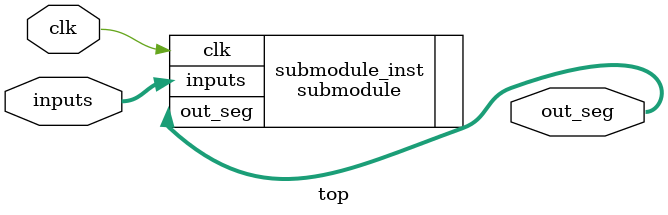
<source format=v>
module top(
clk, inputs, out_seg
);

input clk;
input [15:0] inputs;
output [255:0] out_seg;

// wire [4:0] read_reg_1;
// wire [4:0] read_reg_2;
// wire [4:0] write_reg;
// wire [31:0] reg_write_data;

// register_file register_file_inst(
// .reset(reset), .read_reg_1(read_reg_1), .read_reg_2(read_reg_2), .write_reg(write_reg), .write_data(reg_write_data), .write_en(write_en), .data_out_1(data_out_1), .data_out_2(data_out_2)
// );

submodule submodule_inst(
.clk(clk), .inputs(inputs), .out_seg(out_seg)
);

endmodule

</source>
